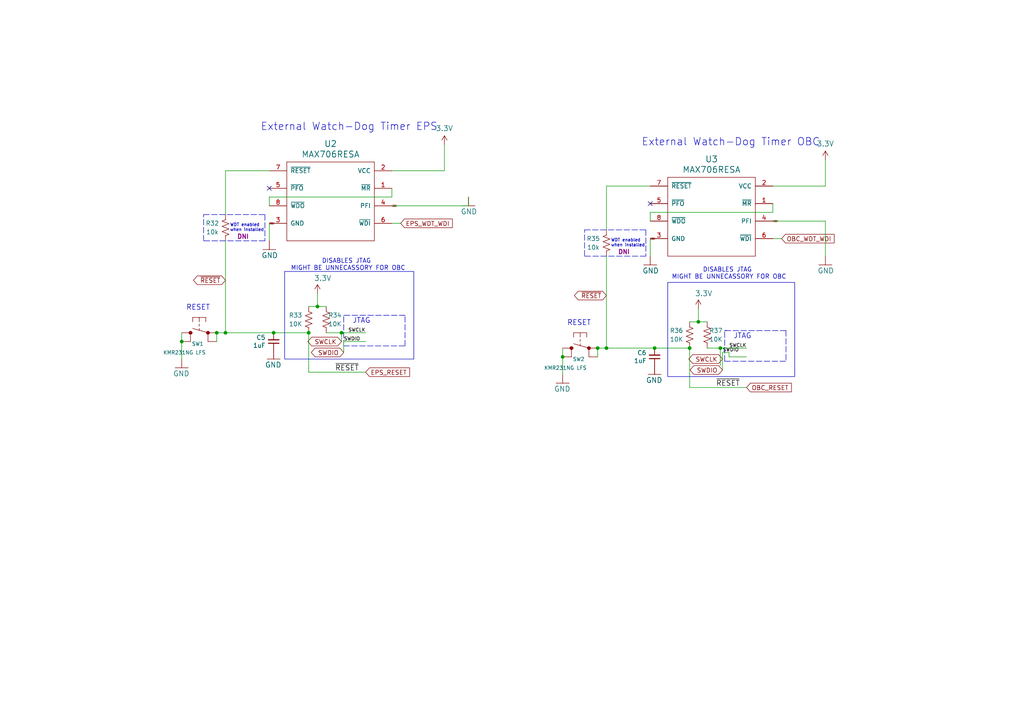
<source format=kicad_sch>
(kicad_sch (version 20231120) (generator "eeschema") (generator_version "8.0")
  (paper "A4")
  (lib_symbols
    (symbol "Device:R_US" (pin_numbers hide) (pin_names (offset 0))
      (property "Reference" "R" (at 2.54 0 90))
      (property "Value" "R_US" (at -2.54 0 90))
      (symbol "R_US_0_1"
        (polyline (pts (xy 0 -2.286) (xy 0 -2.54)))
        (polyline (pts (xy 0 2.286) (xy 0 2.54)))
        (polyline (pts (xy 0 -0.762) (xy 1.016 -1.143) (xy 0 -1.524) (xy -1.016 -1.905) (xy 0 -2.286)))
        (polyline (pts (xy 0 0.762) (xy 1.016 0.381) (xy 0 0) (xy -1.016 -0.381) (xy 0 -0.762)))
        (polyline (pts (xy 0 2.286) (xy 1.016 1.905) (xy 0 1.524) (xy -1.016 1.143) (xy 0 0.762)))
      )
      (symbol "R_US_1_1"
        (pin passive line (at 0 3.81 270) (length 1.27) (name "~") (number "1"))
        (pin passive line (at 0 -3.81 90) (length 1.27) (name "~") (number "2"))
      )
    )
    (symbol "mainboard:3.3V" (power) (pin_names (offset 1.016))
      (property "Value" "3.3V" (at -1.016 3.556 0))
      (symbol "3.3V_1_0"
        (polyline (pts (xy 0 2.54) (xy -0.762 1.27)))
        (polyline (pts (xy 0.762 1.27) (xy 0 2.54)))
        (pin power_in line (at 0 0 90) (length 2.54) (name "3.3V") (number "1"))
      )
    )
    (symbol "mainboard:C_Small" (pin_numbers hide) (pin_names (offset 0.254) hide)
      (property "Reference" "C" (at 0.254 1.778 0))
      (property "Value" "C_Small" (at 0.254 -2.032 0))
      (symbol "C_Small_0_1"
        (polyline (pts (xy -1.524 -0.508) (xy 1.524 -0.508)) (stroke (width 0.3302)))
        (polyline (pts (xy -1.524 0.508) (xy 1.524 0.508)) (stroke (width 0.3048)))
      )
      (symbol "C_Small_1_1"
        (pin passive line (at 0 2.54 270) (length 2.032) (name "~") (number "1"))
        (pin passive line (at 0 -2.54 90) (length 2.032) (name "~") (number "2"))
      )
    )
    (symbol "mainboard:GND" (power) (pin_names (offset 1.016))
      (property "Value" "GND" (at -2.54 -2.54 0))
      (symbol "GND_1_0"
        (polyline (pts (xy -1.905 0) (xy 1.905 0)))
        (pin power_in line (at 0 2.54 270) (length 2.54) (name "GND") (number "1"))
      )
    )
    (symbol "mainboard:MAX708RESA-T" (pin_names (offset 1.016))
      (property "Reference" "U" (at 15.5956 9.1186 0))
      (property "Value" "MAX708RESA-T" (at 14.9606 6.5786 0))
      (symbol "MAX708RESA-T_1_0"
        (polyline (pts (xy 7.62 -17.78) (xy 33.02 -17.78)))
        (polyline (pts (xy 7.62 5.08) (xy 7.62 -17.78)))
        (polyline (pts (xy 33.02 -17.78) (xy 33.02 5.08)))
        (polyline (pts (xy 33.02 5.08) (xy 7.62 5.08)))
        (pin input line (at 2.54 -2.54 0) (length 5.08) (name "~{MR}") (number "1"))
        (pin power_in line (at 2.54 2.54 0) (length 5.08) (name "VCC") (number "2"))
        (pin power_in line (at 38.1 -12.7 180) (length 5.08) (name "GND") (number "3"))
        (pin input line (at 2.54 -7.62 0) (length 5.08) (name "PFI") (number "4"))
        (pin output line (at 38.1 -2.54 180) (length 5.08) (name "~{PFO}") (number "5"))
        (pin input line (at 2.54 -12.7 0) (length 5.08) (name "~{WDI}") (number "6"))
        (pin output line (at 38.1 2.54 180) (length 5.08) (name "~{RESET}") (number "7"))
        (pin output line (at 38.1 -7.62 180) (length 5.08) (name "~{WDO}") (number "8"))
      )
    )
    (symbol "mainboard:SWITCH_SMT4.6X2.8" (pin_names (offset 1.016))
      (property "Reference" "SW" (at -2.54 6.35 0))
      (property "Value" "SWITCH_SMT4.6X2.8" (at -2.54 -5.08 0))
      (symbol "SWITCH_SMT4.6X2.8_1_0"
        (circle (center -2.54 0) (radius 0.127) (stroke (width 0.4064)))
        (polyline (pts (xy -2.54 -2.54) (xy -2.54 0)))
        (polyline (pts (xy -2.54 0) (xy 1.905 1.27)))
        (polyline (pts (xy -1.905 4.445) (xy -1.905 3.175)))
        (polyline (pts (xy 0 1.27) (xy 0 0.635)))
        (polyline (pts (xy 0 2.54) (xy 0 1.905)))
        (polyline (pts (xy 0 4.445) (xy -1.905 4.445)))
        (polyline (pts (xy 0 4.445) (xy 0 3.175)))
        (polyline (pts (xy 1.905 0) (xy 2.54 0)))
        (polyline (pts (xy 1.905 4.445) (xy 0 4.445)))
        (polyline (pts (xy 1.905 4.445) (xy 1.905 3.175)))
        (polyline (pts (xy 2.54 -2.54) (xy 2.54 0)))
        (circle (center 2.54 0) (radius 0.127) (stroke (width 0.4064)))
        (pin passive line (at -5.08 0 0) (length 2.54) (name "P") (number "A"))
        (pin passive line (at -5.08 -2.54 0) (length 2.54) (name "P1") (number "A'"))
        (pin passive line (at 5.08 0 180) (length 2.54) (name "S") (number "B"))
        (pin passive line (at 5.08 -2.54 180) (length 2.54) (name "S1") (number "B'"))
      )
    )
  )
  (junction (at 92.075 88.9))
  (junction (at 200.025 100.965))
  (junction (at 163.195 103.505))
  (junction (at 62.865 96.52))
  (junction (at 79.375 96.52))
  (junction (at 65.405 96.52))
  (junction (at 189.865 100.965))
  (junction (at 202.565 93.345))
  (junction (at 52.705 99.06))
  (junction (at 99.06 96.52))
  (junction (at 208.915 100.965))
  (junction (at 175.895 100.965))
  (junction (at 173.355 100.965))
  (junction (at 89.535 96.52))
  (no_connect (at 78.105 54.61))
  (no_connect (at 188.595 59.055))
  (wire (pts (xy 200.025 112.395) (xy 200.025 100.965)))
  (wire (pts (xy 188.595 64.135) (xy 188.595 61.595)))
  (wire (pts (xy 163.195 103.505) (xy 163.195 108.585)))
  (wire (pts (xy 188.595 61.595) (xy 224.155 61.595)))
  (wire (pts (xy 209.55 102.235) (xy 211.455 102.235)))
  (wire (pts (xy 52.705 99.06) (xy 52.705 104.14)))
  (wire (pts (xy 208.915 100.965) (xy 208.915 106.045)))
  (polyline (pts (xy 99.695 100.33) (xy 99.695 91.44)) (stroke (width 0) (type dash)))
  (wire (pts (xy 92.075 85.09) (xy 92.075 88.9)))
  (wire (pts (xy 173.355 100.965) (xy 175.895 100.965)))
  (wire (pts (xy 224.155 64.135) (xy 239.395 64.135)))
  (polyline (pts (xy 99.695 100.33) (xy 117.475 100.33)) (stroke (width 0) (type dash)))
  (polyline (pts (xy 169.545 74.295) (xy 169.545 66.675)) (stroke (width 0) (type dash)))
  (wire (pts (xy 211.455 102.235) (xy 211.455 103.505)))
  (wire (pts (xy 78.105 59.69) (xy 78.105 57.15)))
  (wire (pts (xy 224.155 61.595) (xy 224.155 59.055)))
  (wire (pts (xy 89.535 107.95) (xy 89.535 96.52)))
  (wire (pts (xy 78.105 49.53) (xy 65.405 49.53)))
  (polyline (pts (xy 59.055 69.85) (xy 59.055 62.23)) (stroke (width 0) (type dash)))
  (wire (pts (xy 175.895 74.295) (xy 175.895 100.965)))
  (polyline (pts (xy 76.835 69.85) (xy 59.055 69.85)) (stroke (width 0) (type dash)))
  (wire (pts (xy 239.395 64.135) (xy 239.395 74.295)))
  (wire (pts (xy 128.905 49.53) (xy 128.905 41.91)))
  (wire (pts (xy 62.865 96.52) (xy 65.405 96.52)))
  (wire (pts (xy 113.665 59.69) (xy 135.89 59.69)))
  (polyline (pts (xy 210.185 95.885) (xy 210.82 95.885)) (stroke (width 0) (type dash)))
  (wire (pts (xy 65.405 96.52) (xy 79.375 96.52)))
  (wire (pts (xy 239.395 53.975) (xy 224.155 53.975)))
  (wire (pts (xy 211.455 103.505) (xy 216.535 103.505)))
  (wire (pts (xy 208.915 100.965) (xy 216.535 100.965)))
  (wire (pts (xy 78.105 57.15) (xy 113.665 57.15)))
  (wire (pts (xy 89.535 88.9) (xy 92.075 88.9)))
  (wire (pts (xy 135.89 59.69) (xy 135.89 57.15)))
  (wire (pts (xy 173.355 103.505) (xy 173.355 100.965)))
  (polyline (pts (xy 227.965 95.885) (xy 210.185 95.885)) (stroke (width 0) (type dash)))
  (wire (pts (xy 99.06 99.06) (xy 99.06 96.52)))
  (polyline (pts (xy 210.185 104.775) (xy 227.965 104.775)) (stroke (width 0) (type dash)))
  (wire (pts (xy 209.55 102.235) (xy 209.55 107.315)))
  (wire (pts (xy 99.695 99.06) (xy 99.695 102.235)))
  (wire (pts (xy 106.045 107.95) (xy 89.535 107.95)))
  (wire (pts (xy 116.205 64.77) (xy 113.665 64.77)))
  (wire (pts (xy 188.595 69.215) (xy 188.595 74.295)))
  (polyline (pts (xy 187.325 66.675) (xy 187.325 74.295)) (stroke (width 0) (type dash)))
  (polyline (pts (xy 117.475 100.33) (xy 117.475 91.44)) (stroke (width 0) (type dash)))
  (wire (pts (xy 216.535 112.395) (xy 200.025 112.395)))
  (wire (pts (xy 52.705 96.52) (xy 52.705 99.06)))
  (polyline (pts (xy 187.325 74.295) (xy 169.545 74.295)) (stroke (width 0) (type dash)))
  (wire (pts (xy 205.105 100.965) (xy 208.915 100.965)))
  (wire (pts (xy 99.06 96.52) (xy 106.045 96.52)))
  (polyline (pts (xy 117.475 91.44) (xy 116.84 91.44)) (stroke (width 0) (type dash)))
  (wire (pts (xy 175.895 53.975) (xy 175.895 66.675)))
  (wire (pts (xy 113.665 57.15) (xy 113.665 54.61)))
  (wire (pts (xy 188.595 53.975) (xy 175.895 53.975)))
  (polyline (pts (xy 210.185 104.775) (xy 210.185 95.885)) (stroke (width 0) (type dash)))
  (wire (pts (xy 175.895 100.965) (xy 189.865 100.965)))
  (wire (pts (xy 202.565 93.345) (xy 205.105 93.345)))
  (wire (pts (xy 202.565 89.535) (xy 202.565 93.345)))
  (wire (pts (xy 78.105 64.77) (xy 78.105 69.85)))
  (polyline (pts (xy 227.965 95.885) (xy 227.965 104.775)) (stroke (width 0) (type dash)))
  (wire (pts (xy 94.615 96.52) (xy 99.06 96.52)))
  (wire (pts (xy 239.395 53.975) (xy 239.395 46.355)))
  (wire (pts (xy 99.695 99.06) (xy 106.045 99.06)))
  (wire (pts (xy 226.695 69.215) (xy 224.155 69.215)))
  (polyline (pts (xy 117.475 91.44) (xy 99.695 91.44)) (stroke (width 0) (type dash)))
  (polyline (pts (xy 99.695 91.44) (xy 100.33 91.44)) (stroke (width 0) (type dash)))
  (wire (pts (xy 200.025 93.345) (xy 202.565 93.345)))
  (wire (pts (xy 128.905 49.53) (xy 113.665 49.53)))
  (wire (pts (xy 65.405 69.85) (xy 65.405 96.52)))
  (polyline (pts (xy 59.055 62.23) (xy 76.835 62.23)) (stroke (width 0) (type dash)))
  (wire (pts (xy 79.375 96.52) (xy 89.535 96.52)))
  (polyline (pts (xy 76.835 62.23) (xy 76.835 69.85)) (stroke (width 0) (type dash)))
  (wire (pts (xy 65.405 49.53) (xy 65.405 62.23)))
  (wire (pts (xy 163.195 100.965) (xy 163.195 103.505)))
  (polyline (pts (xy 169.545 66.675) (xy 187.325 66.675)) (stroke (width 0) (type dash)))
  (wire (pts (xy 62.865 99.06) (xy 62.865 96.52)))
  (wire (pts (xy 94.615 88.9) (xy 92.075 88.9)))
  (wire (pts (xy 189.865 100.965) (xy 200.025 100.965)))
  (rectangle (start 193.675 81.915) (end 230.505 109.22))
  (rectangle (start 82.55 78.74) (end 120.015 104.14))
  (text "RESET" (at 53.975 90.17 0) (effects (font (size 1.4986 1.4986)) (justify left bottom)))
  (text "External Watch-Dog Timer EPS\n" (at 75.565 38.1 0) (effects (font (size 2.159 2.159)) (justify left bottom)))
  (text "DISABLES JTAG \nMIGHT BE UNNECASSORY FOR OBC\n" (at 100.965 76.835 0) (effects (font (size 1.27 1.27))))
  (text "External Watch-Dog Timer OBC\n" (at 186.055 42.545 0) (effects (font (size 2.159 2.159)) (justify left bottom)))
  (text "JTAG\n" (at 102.235 93.98 0) (effects (font (size 1.4986 1.4986)) (justify left bottom)))
  (text "RESET" (at 164.465 94.615 0) (effects (font (size 1.4986 1.4986)) (justify left bottom)))
  (text "DISABLES JTAG \nMIGHT BE UNNECASSORY FOR OBC\n" (at 211.455 79.375 0) (effects (font (size 1.27 1.27))))
  (text "WDT enabled\nwhen installed" (at 66.675 67.31 0) (effects (font (size 0.889 0.889)) (justify left bottom)))
  (text "WDT enabled\nwhen installed" (at 177.165 71.755 0) (effects (font (size 0.889 0.889)) (justify left bottom)))
  (text "JTAG\n" (at 212.725 98.425 0) (effects (font (size 1.4986 1.4986)) (justify left bottom)))
  (label "SWCLK" (at 100.965 96.52 0) (effects (font (size 0.9906 0.9906))))
  (label "SWDIO" (at 209.55 102.235 0) (effects (font (size 0.9906 0.9906))))
  (label "SWDIO" (at 99.695 99.06 0) (effects (font (size 0.9906 0.9906))))
  (label "~{RESET}" (at 207.645 112.395 0) (effects (font (size 1.4986 1.4986))))
  (label "~{RESET}" (at 97.155 107.95 0) (effects (font (size 1.4986 1.4986))))
  (label "SWCLK" (at 211.455 100.965 0) (effects (font (size 0.9906 0.9906))))
  (global_label "SWDIO" (shape bidirectional) (at 209.55 107.315 180) (property "Intersheetrefs" "${INTERSHEET_REFS}" (effects (hide yes))))
  (global_label "EPS_RESET" (shape input) (at 106.045 107.95 0) (property "Intersheetrefs" "${INTERSHEET_REFS}" (effects (hide yes))))
  (global_label "~{RESET}" (shape bidirectional) (at 65.405 81.28 180) (property "Intersheetrefs" "${INTERSHEET_REFS}" (effects (hide yes))))
  (global_label "GND" (shape bidirectional) (at 113.665 59.69 0) (effects (font (size 0.254 0.254))) (property "Intersheetrefs" "${INTERSHEET_REFS}" (effects (hide yes))))
  (global_label "EPS_WDT_WDI" (shape input) (at 116.205 64.77 0) (property "Intersheetrefs" "${INTERSHEET_REFS}" (effects (hide yes))))
  (global_label "GND" (shape bidirectional) (at 224.155 64.135 0) (effects (font (size 0.254 0.254))) (property "Intersheetrefs" "${INTERSHEET_REFS}" (effects (hide yes))))
  (global_label "GND" (shape bidirectional) (at 78.105 64.77 0) (effects (font (size 0.254 0.254))) (property "Intersheetrefs" "${INTERSHEET_REFS}" (effects (hide yes))))
  (global_label "OBC_WDT_WDI" (shape input) (at 226.695 69.215 0) (property "Intersheetrefs" "${INTERSHEET_REFS}" (effects (hide yes))))
  (global_label "OBC_RESET" (shape input) (at 216.535 112.395 0) (property "Intersheetrefs" "${INTERSHEET_REFS}" (effects (hide yes))))
  (global_label "SWDIO" (shape bidirectional) (at 99.695 102.235 180) (property "Intersheetrefs" "${INTERSHEET_REFS}" (effects (hide yes))))
  (global_label "GND" (shape bidirectional) (at 188.595 69.215 0) (effects (font (size 0.254 0.254))) (property "Intersheetrefs" "${INTERSHEET_REFS}" (effects (hide yes))))
  (global_label "~{RESET}" (shape bidirectional) (at 175.895 85.725 180) (property "Intersheetrefs" "${INTERSHEET_REFS}" (effects (hide yes))))
  (global_label "SWCLK" (shape bidirectional) (at 209.55 104.14 180) (property "Intersheetrefs" "${INTERSHEET_REFS}" (effects (hide yes))))
  (global_label "SWCLK" (shape bidirectional) (at 99.06 99.06 180) (property "Intersheetrefs" "${INTERSHEET_REFS}" (effects (hide yes))))
  (symbol (lib_id "Device:R_US") (at 200.025 97.155 0) (unit 1)
    (property "Reference" "R36" (at 196.215 95.885 0))
    (property "Value" "10K" (at 196.215 98.425 0))
    (property "Footprint" "Resistor_SMD:R_0603_1608Metric" (effects (hide yes)))
    (property "Description" "10K 0603" (effects (hide yes)))
  )
  (symbol (lib_id "mainboard:SWITCH_SMT4.6X2.8") (at 168.275 100.965 0) (mirror y) (unit 1)
    (property "Reference" "SW2" (at 169.545 104.775 0) (effects (font (size 1.0668 1.0668)) (justify left bottom)))
    (property "Value" "KMR231NG LFS" (at 170.18 107.315 0) (effects (font (size 1.0668 1.0668)) (justify left bottom)))
    (property "Footprint" "mainboard:BTN_KMR2_4.6X2.8" (effects (hide yes)))
    (property "Datasheet" "https://www.ckswitches.com/media/1479/kmr2.pdf" (effects (hide yes)))
    (property "Description" "Tactile Switch SPST-NO" (effects (hide yes)))
    (property "Flight" "KMR231NG LFS" (effects (hide yes)))
    (property "Manufacturer_Name" "C&K" (effects (hide yes)))
    (property "Manufacturer_Part_Number" "KMR231NG LFS" (effects (hide yes)))
    (property "Proto" "KMR231NG LFS" (effects (hide yes)))
  )
  (symbol (lib_id "mainboard:GND") (at 188.595 76.835 0) (mirror y) (unit 1)
    (property "Reference" "#GND010" (effects (hide yes)))
    (property "Value" "GND" (at 191.135 79.375 0) (effects (font (size 1.4986 1.4986)) (justify left bottom)))
  )
  (symbol (lib_id "mainboard:GND") (at 78.105 72.39 0) (mirror y) (unit 1)
    (property "Reference" "#GND06" (effects (hide yes)))
    (property "Value" "GND" (at 80.645 74.93 0) (effects (font (size 1.4986 1.4986)) (justify left bottom)))
  )
  (symbol (lib_id "Device:R_US") (at 94.615 92.71 0) (unit 1)
    (property "Reference" "R34" (at 97.155 91.44 0))
    (property "Value" "10K" (at 97.155 93.98 0))
    (property "Footprint" "Resistor_SMD:R_0603_1608Metric" (effects (hide yes)))
    (property "Description" "10K 0603" (effects (hide yes)))
  )
  (symbol (lib_id "Device:R_US") (at 175.895 70.485 0) (mirror x) (unit 1)
    (property "Reference" "R35" (at 172.085 69.215 0))
    (property "Value" "10k" (at 172.085 71.755 0))
    (property "Footprint" "Resistor_SMD:R_0603_1608Metric" (effects (hide yes)))
    (property "Description" "10k 0603" (effects (hide yes)))
    (property "DNI" "DNI" (at 180.975 73.025 0) (effects (font (bold yes))))
  )
  (symbol (lib_id "mainboard:GND") (at 52.705 106.68 0) (unit 1)
    (property "Reference" "#GND05" (effects (hide yes)))
    (property "Value" "GND" (at 50.165 109.22 0) (effects (font (size 1.4986 1.4986)) (justify left bottom)))
  )
  (symbol (lib_id "mainboard:GND") (at 163.195 111.125 0) (unit 1)
    (property "Reference" "#GND09" (effects (hide yes)))
    (property "Value" "GND" (at 160.655 113.665 0) (effects (font (size 1.4986 1.4986)) (justify left bottom)))
  )
  (symbol (lib_id "Device:R_US") (at 205.105 97.155 0) (unit 1)
    (property "Reference" "R37" (at 207.645 95.885 0))
    (property "Value" "10K" (at 207.645 98.425 0))
    (property "Footprint" "Resistor_SMD:R_0603_1608Metric" (effects (hide yes)))
    (property "Description" "10K 0603" (effects (hide yes)))
  )
  (symbol (lib_id "mainboard:3.3V") (at 92.075 85.09 0) (unit 1)
    (property "Reference" "#SUPPLY03" (effects (hide yes)))
    (property "Value" "3.3V" (at 91.059 81.534 0) (effects (font (size 1.4986 1.4986)) (justify left bottom)))
  )
  (symbol (lib_id "Device:R_US") (at 89.535 92.71 0) (unit 1)
    (property "Reference" "R33" (at 85.725 91.44 0))
    (property "Value" "10K" (at 85.725 93.98 0))
    (property "Footprint" "Resistor_SMD:R_0603_1608Metric" (effects (hide yes)))
    (property "Description" "10K 0603" (effects (hide yes)))
  )
  (symbol (lib_id "mainboard:MAX708RESA-T") (at 116.205 52.07 0) (mirror y) (unit 1)
    (property "Reference" "U2" (at 95.885 41.7068 0) (effects (font (size 1.7526 1.7526))))
    (property "Value" "MAX706RESA" (at 95.885 44.7548 0) (effects (font (size 1.7526 1.7526))))
    (property "Footprint" "Package_SO:SO-8_3.9x4.9mm_P1.27mm" (effects (hide yes)))
    (property "Datasheet" "https://datasheets.maximintegrated.com/en/ds/MAX706AP-MAX708T.pdf" (effects (hide yes)))
    (property "Description" "Watch-dog Timer" (effects (hide yes)))
    (property "Flight" "MAX706RESA" (effects (hide yes)))
    (property "Manufacturer_Name" "Maxim Integrated" (effects (hide yes)))
    (property "Manufacturer_Part_Number" "MAX706RESA" (effects (hide yes)))
    (property "Proto" "MAX706RESA" (effects (hide yes)))
  )
  (symbol (lib_id "mainboard:C_Small") (at 79.375 99.06 0) (mirror x) (unit 1)
    (property "Reference" "C5" (at 77.0382 97.8916 0) (effects (justify right)))
    (property "Value" "1uF" (at 77.0382 100.203 0) (effects (justify right)))
    (property "Footprint" "Capacitor_SMD:C_0603_1608Metric" (effects (hide yes)))
    (property "Description" "1uF 0603 X7R" (effects (hide yes)))
  )
  (symbol (lib_id "Device:R_US") (at 65.405 66.04 0) (mirror x) (unit 1)
    (property "Reference" "R32" (at 61.595 64.77 0))
    (property "Value" "10k" (at 61.595 67.31 0))
    (property "Footprint" "Resistor_SMD:R_0603_1608Metric" (effects (hide yes)))
    (property "Description" "10k 0603" (effects (hide yes)))
    (property "DNI" "DNI" (at 70.485 68.58 0) (effects (font (bold yes))))
  )
  (symbol (lib_id "mainboard:3.3V") (at 128.905 41.91 0) (mirror y) (unit 1)
    (property "Reference" "#SUPPLY01" (effects (hide yes)))
    (property "Value" "3.3V" (at 131.445 38.1 0) (effects (font (size 1.4986 1.4986)) (justify left bottom)))
  )
  (symbol (lib_id "mainboard:GND") (at 189.865 108.585 0) (unit 1)
    (property "Reference" "#GND011" (effects (hide yes)))
    (property "Value" "GND" (at 187.325 111.125 0) (effects (font (size 1.4986 1.4986)) (justify left bottom)))
  )
  (symbol (lib_id "mainboard:3.3V") (at 202.565 89.535 0) (unit 1)
    (property "Reference" "#SUPPLY04" (effects (hide yes)))
    (property "Value" "3.3V" (at 201.549 85.979 0) (effects (font (size 1.4986 1.4986)) (justify left bottom)))
  )
  (symbol (lib_id "mainboard:GND") (at 239.395 76.835 0) (mirror y) (unit 1)
    (property "Reference" "#GND012" (effects (hide yes)))
    (property "Value" "GND" (at 241.935 79.375 0) (effects (font (size 1.4986 1.4986)) (justify left bottom)))
  )
  (symbol (lib_id "mainboard:GND") (at 79.375 104.14 0) (unit 1)
    (property "Reference" "#GND07" (effects (hide yes)))
    (property "Value" "GND" (at 76.835 106.68 0) (effects (font (size 1.4986 1.4986)) (justify left bottom)))
  )
  (symbol (lib_id "mainboard:SWITCH_SMT4.6X2.8") (at 57.785 96.52 0) (mirror y) (unit 1)
    (property "Reference" "SW1" (at 59.055 100.33 0) (effects (font (size 1.0668 1.0668)) (justify left bottom)))
    (property "Value" "KMR231NG LFS" (at 59.69 102.87 0) (effects (font (size 1.0668 1.0668)) (justify left bottom)))
    (property "Footprint" "mainboard:BTN_KMR2_4.6X2.8" (effects (hide yes)))
    (property "Datasheet" "https://www.ckswitches.com/media/1479/kmr2.pdf" (effects (hide yes)))
    (property "Description" "Tactile Switch SPST-NO" (effects (hide yes)))
    (property "Flight" "KMR231NG LFS" (effects (hide yes)))
    (property "Manufacturer_Name" "C&K" (effects (hide yes)))
    (property "Manufacturer_Part_Number" "KMR231NG LFS" (effects (hide yes)))
    (property "Proto" "KMR231NG LFS" (effects (hide yes)))
  )
  (symbol (lib_id "mainboard:C_Small") (at 189.865 103.505 0) (mirror x) (unit 1)
    (property "Reference" "C6" (at 187.5282 102.3366 0) (effects (justify right)))
    (property "Value" "1uF" (at 187.5282 104.648 0) (effects (justify right)))
    (property "Footprint" "Capacitor_SMD:C_0603_1608Metric" (effects (hide yes)))
    (property "Description" "1uF 0603 X7R" (effects (hide yes)))
  )
  (symbol (lib_id "mainboard:3.3V") (at 239.395 46.355 0) (mirror y) (unit 1)
    (property "Reference" "#SUPPLY02" (effects (hide yes)))
    (property "Value" "3.3V" (at 241.935 42.545 0) (effects (font (size 1.4986 1.4986)) (justify left bottom)))
  )
  (symbol (lib_id "mainboard:MAX708RESA-T") (at 226.695 56.515 0) (mirror y) (unit 1)
    (property "Reference" "U3" (at 206.375 46.1518 0) (effects (font (size 1.7526 1.7526))))
    (property "Value" "MAX706RESA" (at 206.375 49.1998 0) (effects (font (size 1.7526 1.7526))))
    (property "Footprint" "Package_SO:SO-8_3.9x4.9mm_P1.27mm" (effects (hide yes)))
    (property "Datasheet" "https://datasheets.maximintegrated.com/en/ds/MAX706AP-MAX708T.pdf" (effects (hide yes)))
    (property "Description" "Watch-dog Timer" (effects (hide yes)))
    (property "Flight" "MAX706RESA" (effects (hide yes)))
    (property "Manufacturer_Name" "Maxim Integrated" (effects (hide yes)))
    (property "Manufacturer_Part_Number" "MAX706RESA" (effects (hide yes)))
    (property "Proto" "MAX706RESA" (effects (hide yes)))
  )
  (symbol (lib_id "mainboard:GND") (at 135.89 59.69 0) (mirror y) (unit 1)
    (property "Reference" "#GND08" (effects (hide yes)))
    (property "Value" "GND" (at 138.43 62.23 0) (effects (font (size 1.4986 1.4986)) (justify left bottom)))
  )
)
</source>
